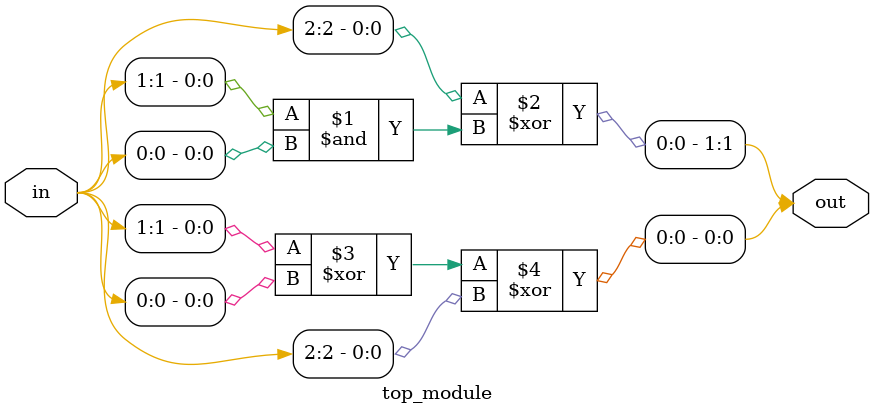
<source format=sv>
module top_module (
    input [2:0] in,
    output [1:0] out
);
    
	// Combinational logic for adding the three input bits
	assign out[1] = in[2] ^ (in[1] & in[0]);
	assign out[0] = in[1] ^ in[0] ^ in[2];
    
endmodule

</source>
